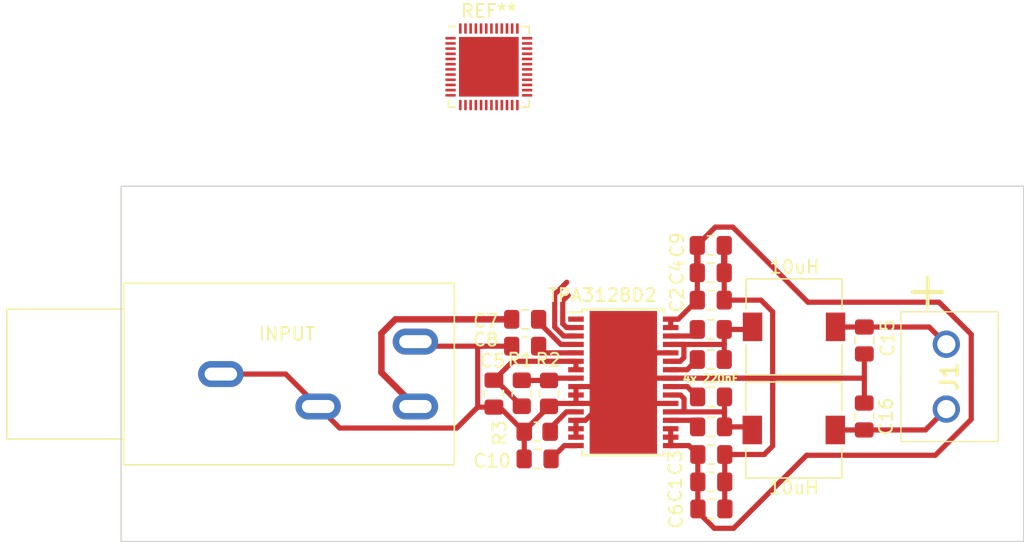
<source format=kicad_pcb>
(kicad_pcb (version 20221018) (generator pcbnew)
  (layers (0 "F.Cu" signal) (31 "B.Cu" signal) (34 "B.Paste" user) (35 "F.Paste" user) (36 "B.SilkS" user "B.Silkscreen") (37 "F.SilkS" user "F.Silkscreen") (38 "B.Mask" user) (39 "F.Mask" user) (44 "Edge.Cuts" user))
  (net 0 "")
  (net 1 "MODE")
  (net 2 "SDZ")
  (net 3 "FAULTZ")
  (net 4 "Net-(U1-RINP)")
  (net 5 "Net-(U1-RINN)")
  (net 6 "Net-(U1-GVDD)")
  (net 7 "Net-(U1-GAIN{slash}SLV)")
  (net 8 "GND")
  (net 9 "MUTE")
  (net 10 "SYNC")
  (net 11 "VCC")
  (net 12 "Net-(U1-BSNL)")
  (net 13 "Net-(U1-OUTNL)")
  (net 14 "Net-(U1-BSPL)")
  (net 15 "Net-(U1-BSNR)")
  (net 16 "Net-(U1-OUTNR)")
  (net 17 "Net-(U1-BSPR)")
  (net 18 "SPK+")
  (net 19 "SPK-")
  (net 20 "Net-(C7-Pad2)")
  (footprint "Capacitor_SMD:C_0805_2012Metric_Pad1.18x1.45mm_HandSolder" (layer "F.Cu") (at 144.9 92.95 180)
    (fp_text reference "C1" (at 2.78 -0.61 90) (layer "F.SilkS"))
    (fp_text value "1nF")
    (fp_line (start -0.261252 -0.735) (end 0.261252 -0.735) (stroke (width 0.12)) (layer "F.SilkS"))
    (fp_line (start -0.261252 0.735) (end 0.261252 0.735) (stroke (width 0.12)) (layer "F.SilkS"))
    (pad "1" smd roundrect (at -1.0375 0 180) (size 1.175 1.45) (layers "F.Cu" "F.Paste" "F.Mask") (roundrect_rratio 0.212766) (net 8 "GND"))
    (pad "2" smd roundrect (at 1.0375 0 180) (size 1.175 1.45) (layers "F.Cu" "F.Paste" "F.Mask") (roundrect_rratio 0.212766) (net 11 "VCC"))
  )
  (footprint "Capacitor_SMD:C_0805_2012Metric_Pad1.18x1.45mm_HandSolder" (layer "F.Cu") (at 128.14 86.15 -90)
    (fp_text reference "C5" (at -2.53 0.1 -180) (layer "F.SilkS"))
    (fp_text value "1uF")
    (fp_line (start -0.261252 -0.735) (end 0.261252 -0.735) (stroke (width 0.12)) (layer "F.SilkS"))
    (fp_line (start -0.261252 0.735) (end 0.261252 0.735) (stroke (width 0.12)) (layer "F.SilkS"))
    (pad "1" smd roundrect (at -1.0375 0 270) (size 1.175 1.45) (layers "F.Cu" "F.Paste" "F.Mask") (roundrect_rratio 0.212766) (net 6 "Net-(U1-GVDD)"))
    (pad "2" smd roundrect (at 1.0375 0 270) (size 1.175 1.45) (layers "F.Cu" "F.Paste" "F.Mask") (roundrect_rratio 0.212766) (net 8 "GND"))
  )
  (footprint "Resistor_SMD:R_0805_2012Metric_Pad1.20x1.40mm_HandSolder" (layer "F.Cu") (at 130.29 86.12 90)
    (fp_text reference "R1" (at 2.58 -0.12) (layer "F.SilkS"))
    (fp_text value "47K")
    (fp_line (start -0.227064 -0.735) (end 0.227064 -0.735) (stroke (width 0.12)) (layer "F.SilkS"))
    (fp_line (start -0.227064 0.735) (end 0.227064 0.735) (stroke (width 0.12)) (layer "F.SilkS"))
    (pad "1" smd roundrect (at -1 0 90) (size 1.2 1.4) (layers "F.Cu" "F.Paste" "F.Mask") (roundrect_rratio 0.208333) (net 6 "Net-(U1-GVDD)"))
    (pad "2" smd roundrect (at 1 0 90) (size 1.2 1.4) (layers "F.Cu" "F.Paste" "F.Mask") (roundrect_rratio 0.208333) (net 7 "Net-(U1-GAIN{slash}SLV)"))
  )
  (footprint "Capacitor_SMD:C_0805_2012Metric_Pad1.18x1.45mm_HandSolder" (layer "F.Cu") (at 144.86 83.52)
    (fp_text reference "C12" hide)
    (fp_text value "220nF" hide)
    (fp_line (start -0.261252 -0.735) (end 0.261252 -0.735) (stroke (width 0.12)) (layer "F.SilkS"))
    (fp_line (start -0.261252 0.735) (end 0.261252 0.735) (stroke (width 0.12)) (layer "F.SilkS"))
    (pad "1" smd roundrect (at -1.0375 0) (size 1.175 1.45) (layers "F.Cu" "F.Paste" "F.Mask") (roundrect_rratio 0.212766) (net 15 "Net-(U1-BSNR)"))
    (pad "2" smd roundrect (at 1.0375 0) (size 1.175 1.45) (layers "F.Cu" "F.Paste" "F.Mask") (roundrect_rratio 0.212766) (net 16 "Net-(U1-OUTNR)"))
  )
  (footprint "Capacitor_SMD:C_0805_2012Metric_Pad1.18x1.45mm_HandSolder" (layer "F.Cu") (at 144.86 76.83 180)
    (fp_text reference "C4" (at 2.61 0.02 90) (layer "F.SilkS"))
    (fp_text value "100nF")
    (fp_line (start -0.261252 -0.735) (end 0.261252 -0.735) (stroke (width 0.12)) (layer "F.SilkS"))
    (fp_line (start -0.261252 0.735) (end 0.261252 0.735) (stroke (width 0.12)) (layer "F.SilkS"))
    (pad "1" smd roundrect (at -1.0375 0 180) (size 1.175 1.45) (layers "F.Cu" "F.Paste" "F.Mask") (roundrect_rratio 0.212766) (net 8 "GND"))
    (pad "2" smd roundrect (at 1.0375 0 180) (size 1.175 1.45) (layers "F.Cu" "F.Paste" "F.Mask") (roundrect_rratio 0.212766) (net 11 "VCC"))
  )
  (footprint "Capacitor_SMD:C_0805_2012Metric_Pad1.18x1.45mm_HandSolder" (layer "F.Cu") (at 130.55 80.42 180)
    (fp_text reference "C7" (at 3.03 -0.12) (layer "F.SilkS"))
    (fp_text value "1uF")
    (fp_line (start -0.261252 -0.735) (end 0.261252 -0.735) (stroke (width 0.12)) (layer "F.SilkS"))
    (fp_line (start -0.261252 0.735) (end 0.261252 0.735) (stroke (width 0.12)) (layer "F.SilkS"))
    (pad "1" smd roundrect (at -1.0375 0 180) (size 1.175 1.45) (layers "F.Cu" "F.Paste" "F.Mask") (roundrect_rratio 0.212766) (net 4 "Net-(U1-RINP)"))
    (pad "2" smd roundrect (at 1.0375 0 180) (size 1.175 1.45) (layers "F.Cu" "F.Paste" "F.Mask") (roundrect_rratio 0.212766) (net 20 "Net-(C7-Pad2)"))
  )
  (footprint "Inductor_SMD:L_7.3x7.3_H4.5" (layer "F.Cu") (at 151.28 81)
    (fp_text reference "L1" hide)
    (fp_text value "10uH" (at 0.03 -4.62) (layer "F.SilkS"))
    (fp_line (start -3.7 -3.7) (end 3.7 -3.7) (stroke (width 0.12)) (layer "F.SilkS"))
    (fp_line (start -3.7 -1.4) (end -3.7 -3.7) (stroke (width 0.12)) (layer "F.SilkS"))
    (fp_line (start -3.7 3.7) (end -3.7 1.4) (stroke (width 0.12)) (layer "F.SilkS"))
    (fp_line (start 3.7 -3.7) (end 3.7 -1.4) (stroke (width 0.12)) (layer "F.SilkS"))
    (fp_line (start 3.7 1.4) (end 3.7 3.7) (stroke (width 0.12)) (layer "F.SilkS"))
    (fp_line (start 3.7 3.7) (end -3.7 3.7) (stroke (width 0.12)) (layer "F.SilkS"))
    (pad "1" smd rect (at -3.2 0) (size 1.5 2.2) (layers "F.Cu" "F.Paste" "F.Mask") (net 16 "Net-(U1-OUTNR)"))
    (pad "2" smd rect (at 3.2 0) (size 1.5 2.2) (layers "F.Cu" "F.Paste" "F.Mask") (net 18 "SPK+"))
  )
  (footprint "Capacitor_SMD:C_0805_2012Metric_Pad1.18x1.45mm_HandSolder" (layer "F.Cu") (at 144.88 86.4)
    (fp_text reference "C13" hide)
    (fp_text value "220nF")
    (fp_line (start -0.261252 -0.735) (end 0.261252 -0.735) (stroke (width 0.12)) (layer "F.SilkS"))
    (fp_line (start -0.261252 0.735) (end 0.261252 0.735) (stroke (width 0.12)) (layer "F.SilkS"))
    (pad "1" smd roundrect (at -1.0375 0) (size 1.175 1.45) (layers "F.Cu" "F.Paste" "F.Mask") (roundrect_rratio 0.212766) (net 14 "Net-(U1-BSPL)"))
    (pad "2" smd roundrect (at 1.0375 0) (size 1.175 1.45) (layers "F.Cu" "F.Paste" "F.Mask") (roundrect_rratio 0.212766) (net 13 "Net-(U1-OUTNL)"))
  )
  (footprint "Package_DFN_QFN:QFN-48-1EP_6x6mm_P0.4mm_EP4.6x4.6mm" (layer "F.Cu") (at 127.75 60.95)
    (fp_text reference "REF**" (at 0 -4.3) (layer "F.SilkS"))
    (fp_text value "QFN-48-1EP_6x6mm_P0.4mm_EP4.6x4.6mm")
    (fp_line (start -3.11 3.11) (end -3.11 2.56) (stroke (width 0.12)) (layer "F.SilkS"))
    (fp_line (start -2.56 -3.11) (end -3.11 -3.11) (stroke (width 0.12)) (layer "F.SilkS"))
    (fp_line (start -2.56 3.11) (end -3.11 3.11) (stroke (width 0.12)) (layer "F.SilkS"))
    (fp_line (start 2.56 -3.11) (end 3.11 -3.11) (stroke (width 0.12)) (layer "F.SilkS"))
    (fp_line (start 2.56 3.11) (end 3.11 3.11) (stroke (width 0.12)) (layer "F.SilkS"))
    (fp_line (start 3.11 -3.11) (end 3.11 -2.56) (stroke (width 0.12)) (layer "F.SilkS"))
    (fp_line (start 3.11 3.11) (end 3.11 2.56) (stroke (width 0.12)) (layer "F.SilkS"))
    (pad "1" smd roundrect (at -2.95 -2.2) (size 0.8 0.2) (layers "F.Cu" "F.Paste" "F.Mask"))
    (pad "2" smd roundrect (at -2.95 -1.8) (size 0.8 0.2) (layers "F.Cu" "F.Paste" "F.Mask"))
    (pad "3" smd roundrect (at -2.95 -1.4) (size 0.8 0.2) (layers "F.Cu" "F.Paste" "F.Mask"))
    (pad "4" smd roundrect (at -2.95 -1) (size 0.8 0.2) (layers "F.Cu" "F.Paste" "F.Mask"))
    (pad "5" smd roundrect (at -2.95 -0.6) (size 0.8 0.2) (layers "F.Cu" "F.Paste" "F.Mask"))
    (pad "6" smd roundrect (at -2.95 -0.2) (size 0.8 0.2) (layers "F.Cu" "F.Paste" "F.Mask"))
    (pad "7" smd roundrect (at -2.95 0.2) (size 0.8 0.2) (layers "F.Cu" "F.Paste" "F.Mask"))
    (pad "8" smd roundrect (at -2.95 0.6) (size 0.8 0.2) (layers "F.Cu" "F.Paste" "F.Mask"))
    (pad "9" smd roundrect (at -2.95 1) (size 0.8 0.2) (layers "F.Cu" "F.Paste" "F.Mask"))
    (pad "10" smd roundrect (at -2.95 1.4) (size 0.8 0.2) (layers "F.Cu" "F.Paste" "F.Mask"))
    (pad "11" smd roundrect (at -2.95 1.8) (size 0.8 0.2) (layers "F.Cu" "F.Paste" "F.Mask"))
    (pad "12" smd roundrect (at -2.95 2.2) (size 0.8 0.2) (layers "F.Cu" "F.Paste" "F.Mask"))
    (pad "13" smd roundrect (at -2.2 2.95) (size 0.2 0.8) (layers "F.Cu" "F.Paste" "F.Mask"))
    (pad "14" smd roundrect (at -1.8 2.95) (size 0.2 0.8) (layers "F.Cu" "F.Paste" "F.Mask"))
    (pad "15" smd roundrect (at -1.4 2.95) (size 0.2 0.8) (layers "F.Cu" "F.Paste" "F.Mask"))
    (pad "16" smd roundrect (at -1 2.95) (size 0.2 0.8) (layers "F.Cu" "F.Paste" "F.Mask"))
    (pad "17" smd roundrect (at -0.6 2.95) (size 0.2 0.8) (layers "F.Cu" "F.Paste" "F.Mask"))
    (pad "18" smd roundrect (at -0.2 2.95) (size 0.2 0.8) (layers "F.Cu" "F.Paste" "F.Mask"))
    (pad "19" smd roundrect (at 0.2 2.95) (size 0.2 0.8) (layers "F.Cu" "F.Paste" "F.Mask"))
    (pad "20" smd roundrect (at 0.6 2.95) (size 0.2 0.8) (layers "F.Cu" "F.Paste" "F.Mask"))
    (pad "21" smd roundrect (at 1 2.95) (size 0.2 0.8) (layers "F.Cu" "F.Paste" "F.Mask"))
    (pad "22" smd roundrect (at 1.4 2.95) (size 0.2 0.8) (layers "F.Cu" "F.Paste" "F.Mask"))
    (pad "23" smd roundrect (at 1.8 2.95) (size 0.2 0.8) (layers "F.Cu" "F.Paste" "F.Mask"))
    (pad "24" smd roundrect (at 2.2 2.95) (size 0.2 0.8) (layers "F.Cu" "F.Paste" "F.Mask"))
    (pad "25" smd roundrect (at 2.95 2.2) (size 0.8 0.2) (layers "F.Cu" "F.Paste" "F.Mask"))
    (pad "26" smd roundrect (at 2.95 1.8) (size 0.8 0.2) (layers "F.Cu" "F.Paste" "F.Mask"))
    (pad "27" smd roundrect (at 2.95 1.4) (size 0.8 0.2) (layers "F.Cu" "F.Paste" "F.Mask"))
    (pad "28" smd roundrect (at 2.95 1) (size 0.8 0.2) (layers "F.Cu" "F.Paste" "F.Mask"))
    (pad "29" smd roundrect (at 2.95 0.6) (size 0.8 0.2) (layers "F.Cu" "F.Paste" "F.Mask"))
    (pad "30" smd roundrect (at 2.95 0.2) (size 0.8 0.2) (layers "F.Cu" "F.Paste" "F.Mask"))
    (pad "31" smd roundrect (at 2.95 -0.2) (size 0.8 0.2) (layers "F.Cu" "F.Paste" "F.Mask"))
    (pad "32" smd roundrect (at 2.95 -0.6) (size 0.8 0.2) (layers "F.Cu" "F.Paste" "F.Mask"))
    (pad "33" smd roundrect (at 2.95 -1) (size 0.8 0.2) (layers "F.Cu" "F.Paste" "F.Mask"))
    (pad "34" smd roundrect (at 2.95 -1.4) (size 0.8 0.2) (layers "F.Cu" "F.Paste" "F.Mask"))
    (pad "35" smd roundrect (at 2.95 -1.8) (size 0.8 0.2) (layers "F.Cu" "F.Paste" "F.Mask"))
    (pad "36" smd roundrect (at 2.95 -2.2) (size 0.8 0.2) (layers "F.Cu" "F.Paste" "F.Mask"))
    (pad "37" smd roundrect (at 2.2 -2.95) (size 0.2 0.8) (layers "F.Cu" "F.Paste" "F.Mask"))
    (pad "38" smd roundrect (at 1.8 -2.95) (size 0.2 0.8) (layers "F.Cu" "F.Paste" "F.Mask"))
    (pad "39" smd roundrect (at 1.4 -2.95) (size 0.2 0.8) (layers "F.Cu" "F.Paste" "F.Mask"))
    (pad "40" smd roundrect (at 1 -2.95) (size 0.2 0.8) (layers "F.Cu" "F.Paste" "F.Mask"))
    (pad "41" smd roundrect (at 0.6 -2.95) (size 0.2 0.8) (layers "F.Cu" "F.Paste" "F.Mask"))
    (pad "42" smd roundrect (at 0.2 -2.95) (size 0.2 0.8) (layers "F.Cu" "F.Paste" "F.Mask"))
    (pad "43" smd roundrect (at -0.2 -2.95) (size 0.2 0.8) (layers "F.Cu" "F.Paste" "F.Mask"))
    (pad "44" smd roundrect (at -0.6 -2.95) (size 0.2 0.8) (layers "F.Cu" "F.Paste" "F.Mask"))
    (pad "45" smd roundrect (at -1 -2.95) (size 0.2 0.8) (layers "F.Cu" "F.Paste" "F.Mask"))
    (pad "46" smd roundrect (at -1.4 -2.95) (size 0.2 0.8) (layers "F.Cu" "F.Paste" "F.Mask"))
    (pad "47" smd roundrect (at -1.8 -2.95) (size 0.2 0.8) (layers "F.Cu" "F.Paste" "F.Mask"))
    (pad "48" smd roundrect (at -2.2 -2.95) (size 0.2 0.8) (layers "F.Cu" "F.Paste" "F.Mask"))
    (pad "49" smd rect (at 0 0) (size 4.6 4.6) (layers "F.Cu" "F.Mask"))
  )
  (footprint "Capacitor_SMD:C_0805_2012Metric_Pad1.18x1.45mm_HandSolder" (layer "F.Cu") (at 144.86 81.2)
    (fp_text reference "C11" hide)
    (fp_text value "220nF")
    (fp_line (start -0.261252 -0.735) (end 0.261252 -0.735) (stroke (width 0.12)) (layer "F.SilkS"))
    (fp_line (start -0.261252 0.735) (end 0.261252 0.735) (stroke (width 0.12)) (layer "F.SilkS"))
    (pad "1" smd roundrect (at -1.0375 0) (size 1.175 1.45) (layers "F.Cu" "F.Paste" "F.Mask") (roundrect_rratio 0.212766) (net 17 "Net-(U1-BSPR)"))
    (pad "2" smd roundrect (at 1.0375 0) (size 1.175 1.45) (layers "F.Cu" "F.Paste" "F.Mask") (roundrect_rratio 0.212766) (net 16 "Net-(U1-OUTNR)"))
  )
  (footprint "Capacitor_SMD:C_0805_2012Metric_Pad1.18x1.45mm_HandSolder" (layer "F.Cu") (at 156.69 87.91 -90)
    (fp_text reference "C16" (at 0 -1.68 90) (layer "F.SilkS"))
    (fp_text value "680nF")
    (fp_line (start -0.261252 -0.735) (end 0.261252 -0.735) (stroke (width 0.12)) (layer "F.SilkS"))
    (fp_line (start -0.261252 0.735) (end 0.261252 0.735) (stroke (width 0.12)) (layer "F.SilkS"))
    (pad "1" smd roundrect (at -1.0375 0 270) (size 1.175 1.45) (layers "F.Cu" "F.Paste" "F.Mask") (roundrect_rratio 0.212766) (net 8 "GND"))
    (pad "2" smd roundrect (at 1.0375 0 270) (size 1.175 1.45) (layers "F.Cu" "F.Paste" "F.Mask") (roundrect_rratio 0.212766) (net 19 "SPK-"))
  )
  (footprint "KF3012P" (layer "F.Cu") (at 163.02 82.34 -90)
    (fp_text reference "J1" (at 2.5 -0.25 90) (layer "F.SilkS") (effects (font (size 1.27 1.27) (thickness 0.254))))
    (fp_text value "SPEAKER" hide)
    (fp_line (start -2.5 -4) (end 7.5 -4) (stroke (width 0.1)) (layer "F.SilkS"))
    (fp_line (start -2.5 3.5) (end -2.5 -4) (stroke (width 0.1)) (layer "F.SilkS"))
    (fp_line (start 7.5 -4) (end 7.5 3.5) (stroke (width 0.1)) (layer "F.SilkS"))
    (fp_line (start 7.5 3.5) (end -2.5 3.5) (stroke (width 0.1)) (layer "F.SilkS"))
    (pad "1" thru_hole circle (at 0 0 270) (size 2.1 2.1) (drill 1.4) (layers "*.Cu" "*.Mask") (net 18 "SPK+"))
    (pad "2" thru_hole circle (at 5 0 270) (size 2.1 2.1) (drill 1.4) (layers "*.Cu" "*.Mask") (net 19 "SPK-"))
  )
  (footprint "Capacitor_SMD:C_0805_2012Metric_Pad1.18x1.45mm_HandSolder" (layer "F.Cu") (at 144.88 88.71)
    (fp_text reference "C14" hide)
    (fp_text value "220nF")
    (fp_line (start -0.261252 -0.735) (end 0.261252 -0.735) (stroke (width 0.12)) (layer "F.SilkS"))
    (fp_line (start -0.261252 0.735) (end 0.261252 0.735) (stroke (width 0.12)) (layer "F.SilkS"))
    (pad "1" smd roundrect (at -1.0375 0) (size 1.175 1.45) (layers "F.Cu" "F.Paste" "F.Mask") (roundrect_rratio 0.212766) (net 12 "Net-(U1-BSNL)"))
    (pad "2" smd roundrect (at 1.0375 0) (size 1.175 1.45) (layers "F.Cu" "F.Paste" "F.Mask") (roundrect_rratio 0.212766) (net 13 "Net-(U1-OUTNL)"))
  )
  (footprint "Capacitor_SMD:C_0805_2012Metric_Pad1.18x1.45mm_HandSolder" (layer "F.Cu") (at 144.86 74.72)
    (fp_text reference "C9" (at -2.59 -0.03 90) (layer "F.SilkS"))
    (fp_text value "100uF")
    (fp_line (start -0.261252 -0.735) (end 0.261252 -0.735) (stroke (width 0.12)) (layer "F.SilkS"))
    (fp_line (start -0.261252 0.735) (end 0.261252 0.735) (stroke (width 0.12)) (layer "F.SilkS"))
    (pad "1" smd roundrect (at -1.0375 0) (size 1.175 1.45) (layers "F.Cu" "F.Paste" "F.Mask") (roundrect_rratio 0.212766) (net 11 "VCC"))
    (pad "2" smd roundrect (at 1.0375 0) (size 1.175 1.45) (layers "F.Cu" "F.Paste" "F.Mask") (roundrect_rratio 0.212766) (net 8 "GND"))
  )
  (footprint "Capacitor_SMD:C_0805_2012Metric_Pad1.18x1.45mm_HandSolder" (layer "F.Cu") (at 156.7 82.05 90)
    (fp_text reference "C15" (at 0.19 1.79 90) (layer "F.SilkS"))
    (fp_text value "680nF")
    (fp_line (start -0.261252 -0.735) (end 0.261252 -0.735) (stroke (width 0.12)) (layer "F.SilkS"))
    (fp_line (start -0.261252 0.735) (end 0.261252 0.735) (stroke (width 0.12)) (layer "F.SilkS"))
    (pad "1" smd roundrect (at -1.0375 0 90) (size 1.175 1.45) (layers "F.Cu" "F.Paste" "F.Mask") (roundrect_rratio 0.212766) (net 8 "GND"))
    (pad "2" smd roundrect (at 1.0375 0 90) (size 1.175 1.45) (layers "F.Cu" "F.Paste" "F.Mask") (roundrect_rratio 0.212766) (net 18 "SPK+"))
  )
  (footprint "Package_SO:HTSSOP-32-1EP_6.1x11mm_P0.65mm_EP5.2x11mm_Mask4.11x4.36mm" (layer "F.Cu") (at 138.12 85.28)
    (fp_text reference "U1" hide)
    (fp_text value "TPA3128D2" (at -1.62 -6.72) (layer "F.SilkS"))
    (fp_line (start -4.25 -5.4) (end -3.175 -5.4) (stroke (width 0.15)) (layer "F.SilkS"))
    (fp_line (start -3.175 -5.625) (end 3.175 -5.625) (stroke (width 0.15)) (layer "F.SilkS"))
    (fp_line (start -3.175 -5.4) (end -3.175 -5.625) (stroke (width 0.15)) (layer "F.SilkS"))
    (fp_line (start -3.175 5.3) (end -3.175 5.625) (stroke (width 0.15)) (layer "F.SilkS"))
    (fp_line (start -3.175 5.625) (end 3.175 5.625) (stroke (width 0.15)) (layer "F.SilkS"))
    (fp_line (start 3.175 -5.625) (end 3.175 -5.3) (stroke (width 0.15)) (layer "F.SilkS"))
    (fp_line (start 3.175 5.625) (end 3.175 5.3) (stroke (width 0.15)) (layer "F.SilkS"))
    (pad "1" smd rect (at -3.65 -4.875) (size 1.2 0.4) (layers "F.Cu" "F.Paste" "F.Mask") (net 1 "MODE"))
    (pad "2" smd rect (at -3.65 -4.225) (size 1.2 0.4) (layers "F.Cu" "F.Paste" "F.Mask") (net 2 "SDZ"))
    (pad "3" smd rect (at -3.65 -3.575) (size 1.2 0.4) (layers "F.Cu" "F.Paste" "F.Mask") (net 3 "FAULTZ"))
    (pad "4" smd rect (at -3.65 -2.925) (size 1.2 0.4) (layers "F.Cu" "F.Paste" "F.Mask") (net 4 "Net-(U1-RINP)"))
    (pad "5" smd rect (at -3.65 -2.275) (size 1.2 0.4) (layers "F.Cu" "F.Paste" "F.Mask") (net 5 "Net-(U1-RINN)"))
    (pad "6" smd rect (at -3.65 -1.625) (size 1.2 0.4) (layers "F.Cu" "F.Paste" "F.Mask") (net 6 "Net-(U1-GVDD)"))
    (pad "7" smd rect (at -3.65 -0.975) (size 1.2 0.4) (layers "F.Cu" "F.Paste" "F.Mask") (net 6 "Net-(U1-GVDD)"))
    (pad "8" smd rect (at -3.65 -0.325) (size 1.2 0.4) (layers "F.Cu" "F.Paste" "F.Mask") (net 7 "Net-(U1-GAIN{slash}SLV)"))
    (pad "9" smd rect (at -3.65 0.325) (size 1.2 0.4) (layers "F.Cu" "F.Paste" "F.Mask") (net 8 "GND"))
    (pad "10" smd rect (at -3.65 0.975) (size 1.2 0.4) (layers "F.Cu" "F.Paste" "F.Mask") (net 8 "GND"))
    (pad "11" smd rect (at -3.65 1.625) (size 1.2 0.4) (layers "F.Cu" "F.Paste" "F.Mask") (net 8 "GND"))
    (pad "12" smd rect (at -3.65 2.275) (size 1.2 0.4) (layers "F.Cu" "F.Paste" "F.Mask") (net 9 "MUTE"))
    (pad "13" smd rect (at -3.65 2.925) (size 1.2 0.4) (layers "F.Cu" "F.Paste" "F.Mask") (net 8 "GND"))
    (pad "14" smd rect (at -3.65 3.575) (size 1.2 0.4) (layers "F.Cu" "F.Paste" "F.Mask") (net 8 "GND"))
    (pad "15" smd rect (at -3.65 4.225) (size 1.2 0.4) (layers "F.Cu" "F.Paste" "F.Mask") (net 8 "GND"))
    (pad "16" smd rect (at -3.65 4.875) (size 1.2 0.4) (layers "F.Cu" "F.Paste" "F.Mask") (net 10 "SYNC"))
    (pad "17" smd rect (at 3.65 4.875) (size 1.2 0.4) (layers "F.Cu" "F.Paste" "F.Mask") (net 11 "VCC"))
    (pad "18" smd rect (at 3.65 4.225) (size 1.2 0.4) (layers "F.Cu" "F.Paste" "F.Mask") (net 11 "VCC"))
    (pad "19" smd rect (at 3.65 3.575) (size 1.2 0.4) (layers "F.Cu" "F.Paste" "F.Mask") (net 11 "VCC"))
    (pad "20" smd rect (at 3.65 2.925) (size 1.2 0.4) (layers "F.Cu" "F.Paste" "F.Mask") (net 12 "Net-(U1-BSNL)"))
    (pad "21" smd rect (at 3.65 2.275) (size 1.2 0.4) (layers "F.Cu" "F.Paste" "F.Mask") (net 13 "Net-(U1-OUTNL)"))
    (pad "22" smd rect (at 3.65 1.625) (size 1.2 0.4) (layers "F.Cu" "F.Paste" "F.Mask") (net 8 "GND"))
    (pad "23" smd rect (at 3.65 0.975) (size 1.2 0.4) (layers "F.Cu" "F.Paste" "F.Mask") (net 13 "Net-(U1-OUTNL)"))
    (pad "24" smd rect (at 3.65 0.325) (size 1.2 0.4) (layers "F.Cu" "F.Paste" "F.Mask") (net 14 "Net-(U1-BSPL)"))
    (pad "25" smd rect (at 3.65 -0.325) (size 1.2 0.4) (layers "F.Cu" "F.Paste" "F.Mask") (net 8 "GND"))
    (pad "26" smd rect (at 3.65 -0.975) (size 1.2 0.4) (layers "F.Cu" "F.Paste" "F.Mask") (net 15 "Net-(U1-BSNR)"))
    (pad "27" smd rect (at 3.65 -1.625) (size 1.2 0.4) (layers "F.Cu" "F.Paste" "F.Mask") (net 16 "Net-(U1-OUTNR)"))
    (pad "28" smd rect (at 3.65 -2.275) (size 1.2 0.4) (layers "F.Cu" "F.Paste" "F.Mask") (net 8 "GND"))
    (pad "29" smd rect (at 3.65 -2.925) (size 1.2 0.4) (layers "F.Cu" "F.Paste" "F.Mask") (net 16 "Net-(U1-OUTNR)"))
    (pad "30" smd rect (at 3.65 -3.575) (size 1.2 0.4) (layers "F.Cu" "F.Paste" "F.Mask") (net 17 "Net-(U1-BSPR)"))
    (pad "31" smd rect (at 3.65 -4.225) (size 1.2 0.4) (layers "F.Cu" "F.Paste" "F.Mask") (net 11 "VCC"))
    (pad "32" smd rect (at 3.65 -4.875) (size 1.2 0.4) (layers "F.Cu" "F.Paste" "F.Mask") (net 11 "VCC"))
    (pad "33" smd rect (at 0 0) (size 5.2 11) (layers "F.Cu"))
  )
  (footprint "Resistor_SMD:R_0805_2012Metric_Pad1.20x1.40mm_HandSolder" (layer "F.Cu") (at 131.48 89.09 180)
    (fp_text reference "R3" (at 2.9 -0.09 90) (layer "F.SilkS"))
    (fp_text value "100K")
    (fp_line (start -0.227064 -0.735) (end 0.227064 -0.735) (stroke (width 0.12)) (layer "F.SilkS"))
    (fp_line (start -0.227064 0.735) (end 0.227064 0.735) (stroke (width 0.12)) (layer "F.SilkS"))
    (pad "1" smd roundrect (at -1 0 180) (size 1.2 1.4) (layers "F.Cu" "F.Paste" "F.Mask") (roundrect_rratio 0.208333) (net 9 "MUTE"))
    (pad "2" smd roundrect (at 1 0 180) (size 1.2 1.4) (layers "F.Cu" "F.Paste" "F.Mask") (roundrect_rratio 0.208333) (net 8 "GND"))
  )
  (footprint "Capacitor_SMD:C_0805_2012Metric_Pad1.18x1.45mm_HandSolder" (layer "F.Cu") (at 144.86 78.94 180)
    (fp_text reference "C2" (at 2.61 0.01 90) (layer "F.SilkS"))
    (fp_text value "1nF")
    (fp_line (start -0.261252 -0.735) (end 0.261252 -0.735) (stroke (width 0.12)) (layer "F.SilkS"))
    (fp_line (start -0.261252 0.735) (end 0.261252 0.735) (stroke (width 0.12)) (layer "F.SilkS"))
    (pad "1" smd roundrect (at -1.0375 0 180) (size 1.175 1.45) (layers "F.Cu" "F.Paste" "F.Mask") (roundrect_rratio 0.212766) (net 8 "GND"))
    (pad "2" smd roundrect (at 1.0375 0 180) (size 1.175 1.45) (layers "F.Cu" "F.Paste" "F.Mask") (roundrect_rratio 0.212766) (net 11 "VCC"))
  )
  (footprint "Capacitor_SMD:C_0805_2012Metric_Pad1.18x1.45mm_HandSolder" (layer "F.Cu") (at 131.51 91.18)
    (fp_text reference "C10" (at -3.51 0.15 180) (layer "F.SilkS"))
    (fp_text value "47pF")
    (fp_line (start -0.261252 -0.735) (end 0.261252 -0.735) (stroke (width 0.12)) (layer "F.SilkS"))
    (fp_line (start -0.261252 0.735) (end 0.261252 0.735) (stroke (width 0.12)) (layer "F.SilkS"))
    (pad "1" smd roundrect (at -1.0375 0) (size 1.175 1.45) (layers "F.Cu" "F.Paste" "F.Mask") (roundrect_rratio 0.212766) (net 8 "GND"))
    (pad "2" smd roundrect (at 1.0375 0) (size 1.175 1.45) (layers "F.Cu" "F.Paste" "F.Mask") (roundrect_rratio 0.212766) (net 10 "SYNC"))
  )
  (footprint "Capacitor_SMD:C_0805_2012Metric_Pad1.18x1.45mm_HandSolder" (layer "F.Cu") (at 144.91 95.04)
    (fp_text reference "C6" (at -2.74 0.55 90) (layer "F.SilkS"))
    (fp_text value "100uF")
    (fp_line (start -0.261252 -0.735) (end 0.261252 -0.735) (stroke (width 0.12)) (layer "F.SilkS"))
    (fp_line (start -0.261252 0.735) (end 0.261252 0.735) (stroke (width 0.12)) (layer "F.SilkS"))
    (pad "1" smd roundrect (at -1.0375 0) (size 1.175 1.45) (layers "F.Cu" "F.Paste" "F.Mask") (roundrect_rratio 0.212766) (net 11 "VCC"))
    (pad "2" smd roundrect (at 1.0375 0) (size 1.175 1.45) (layers "F.Cu" "F.Paste" "F.Mask") (roundrect_rratio 0.212766) (net 8 "GND"))
  )
  (footprint "Resistor_SMD:R_0805_2012Metric_Pad1.20x1.40mm_HandSolder" (layer "F.Cu") (at 132.39 86.13 -90)
    (fp_text reference "R2" (at -2.58 0.06 -180) (layer "F.SilkS"))
    (fp_text value "75K")
    (fp_line (start -0.227064 -0.735) (end 0.227064 -0.735) (stroke (width 0.12)) (layer "F.SilkS"))
    (fp_line (start -0.227064 0.735) (end 0.227064 0.735) (stroke (width 0.12)) (layer "F.SilkS"))
    (pad "1" smd roundrect (at -1 0 270) (size 1.2 1.4) (layers "F.Cu" "F.Paste" "F.Mask") (roundrect_rratio 0.208333) (net 7 "Net-(U1-GAIN{slash}SLV)"))
    (pad "2" smd roundrect (at 1 0 270) (size 1.2 1.4) (layers "F.Cu" "F.Paste" "F.Mask") (roundrect_rratio 0.208333) (net 8 "GND"))
  )
  (footprint "Capacitor_SMD:C_0805_2012Metric_Pad1.18x1.45mm_HandSolder" (layer "F.Cu") (at 130.55 82.49 180)
    (fp_text reference "C8" (at 3.05 0.5) (layer "F.SilkS"))
    (fp_text value "1uF")
    (fp_line (start -0.261252 -0.735) (end 0.261252 -0.735) (stroke (width 0.12)) (layer "F.SilkS"))
    (fp_line (start -0.261252 0.735) (end 0.261252 0.735) (stroke (width 0.12)) (layer "F.SilkS"))
    (pad "1" smd roundrect (at -1.0375 0 180) (size 1.175 1.45) (layers "F.Cu" "F.Paste" "F.Mask") (roundrect_rratio 0.212766) (net 5 "Net-(U1-RINN)"))
    (pad "2" smd roundrect (at 1.0375 0 180) (size 1.175 1.45) (layers "F.Cu" "F.Paste" "F.Mask") (roundrect_rratio 0.212766) (net 8 "GND"))
  )
  (footprint "Connector_Audio:Jack_6.35mm_Neutrik_NRJ4HH-1_Horizontal" (layer "F.Cu") (at 118.09 90.14 180)
    (fp_text reference "J2" hide)
    (fp_text value "INPUT" (at 5.91 8.59) (layer "F.SilkS"))
    (fp_rect (start -7 -1.5) (end 18.5 12.5) (stroke (width 0.12)) (fill none) (layer "F.SilkS"))
    (fp_rect (start 18.5 0.5) (end 27.5 10.5) (stroke (width 0.12)) (fill none) (layer "F.SilkS"))
    (pad "G" thru_hole oval (at 11 5.5) (size 3.5 2) (drill oval 2.5 1) (layers "*.Cu" "*.Mask") (net 8 "GND"))
    (pad "R" thru_hole oval (at -4 8) (size 3.5 2) (drill oval 2.5 1) (layers "*.Cu" "*.Mask") (net 8 "GND"))
    (pad "S" thru_hole oval (at -4 3) (size 3.5 2) (drill oval 2.5 1) (layers "*.Cu" "*.Mask") (net 20 "Net-(C7-Pad2)"))
    (pad "T" thru_hole oval (at 3.5 3) (size 3.5 2) (drill oval 2.5 1) (layers "*.Cu" "*.Mask") (net 8 "GND"))
  )
  (footprint "Inductor_SMD:L_7.3x7.3_H4.5" (layer "F.Cu") (at 151.26 88.95)
    (fp_text reference "L2" hide)
    (fp_text value "10uH" (at 0 4.45) (layer "F.SilkS"))
    (fp_line (start -3.7 -3.7) (end 3.7 -3.7) (stroke (width 0.12)) (layer "F.SilkS"))
    (fp_line (start -3.7 -1.4) (end -3.7 -3.7) (stroke (width 0.12)) (layer "F.SilkS"))
    (fp_line (start -3.7 3.7) (end -3.7 1.4) (stroke (width 0.12)) (layer "F.SilkS"))
    (fp_line (start 3.7 -3.7) (end 3.7 -1.4) (stroke (width 0.12)) (layer "F.SilkS"))
    (fp_line (start 3.7 1.4) (end 3.7 3.7) (stroke (width 0.12)) (layer "F.SilkS"))
    (fp_line (start 3.7 3.7) (end -3.7 3.7) (stroke (width 0.12)) (layer "F.SilkS"))
    (pad "1" smd rect (at -3.2 0) (size 1.5 2.2) (layers "F.Cu" "F.Paste" "F.Mask") (net 13 "Net-(U1-OUTNL)"))
    (pad "2" smd rect (at 3.2 0) (size 1.5 2.2) (layers "F.Cu" "F.Paste" "F.Mask") (net 19 "SPK-"))
  )
  (footprint "Capacitor_SMD:C_0805_2012Metric_Pad1.18x1.45mm_HandSolder" (layer "F.Cu") (at 144.9 90.84 180)
    (fp_text reference "C3" (at 2.77 -0.63 90) (layer "F.SilkS"))
    (fp_text value "100nF")
    (fp_line (start -0.261252 -0.735) (end 0.261252 -0.735) (stroke (width 0.12)) (layer "F.SilkS"))
    (fp_line (start -0.261252 0.735) (end 0.261252 0.735) (stroke (width 0.12)) (layer "F.SilkS"))
    (pad "1" smd roundrect (at -1.0375 0 180) (size 1.175 1.45) (layers "F.Cu" "F.Paste" "F.Mask") (roundrect_rratio 0.212766) (net 8 "GND"))
    (pad "2" smd roundrect (at 1.0375 0 180) (size 1.175 1.45) (layers "F.Cu" "F.Paste" "F.Mask") (roundrect_rratio 0.212766) (net 11 "VCC"))
  )
  (gr_rect (start 99.4 70.16) (end 168.98 97.55) (stroke (width 0.1)) (fill none) (layer "Edge.Cuts"))
  (gr_text "4x 220nF" (at 144.85 84.99) (layer "F.SilkS") (effects (font (size 0.6 0.6) (thickness 0.15) bold)))
  (gr_text "+" (at 159.52 79.84) (layer "F.SilkS") (effects (font (size 3 3) (thickness 0.3) bold) (justify left bottom)))
  (segment (start 134.47 81.055) (end 133.745 81.055) (width 0.4) (layer "F.Cu") (net 2))
  (segment (start 133.745 81.055) (end 133.45 80.76) (width 0.4) (layer "F.Cu") (net 2))
  (segment (start 133.45 80.76) (end 133.45 78.99) (width 0.4) (layer "F.Cu") (net 2))
  (segment (start 133.45 78.99) (end 133.87 78.57) (width 0.4) (layer "F.Cu") (net 2))
  (segment (start 133.515 81.705) (end 132.83 81.02) (width 0.4) (layer "F.Cu") (net 3))
  (segment (start 132.83 78.49) (end 133.76 77.56) (width 0.4) (layer "F.Cu") (net 3))
  (segment (start 134.47 81.705) (end 133.515 81.705) (width 0.4) (layer "F.Cu") (net 3))
  (segment (start 132.83 81.02) (end 132.83 78.49) (width 0.4) (layer "F.Cu") (net 3))
  (segment (start 131.5875 80.6375) (end 131.5875 80.42) (width 0.4) (layer "F.Cu") (net 4))
  (segment (start 134.47 82.355) (end 133.305 82.355) (width 0.4) (layer "F.Cu") (net 4))
  (segment (start 133.305 82.355) (end 131.5875 80.6375) (width 0.4) (layer "F.Cu") (net 4))
  (segment (start 132.1025 83.005) (end 131.5875 82.49) (width 0.4) (layer "F.Cu") (net 5))
  (segment (start 134.47 83.005) (end 132.1025 83.005) (width 0.4) (layer "F.Cu") (net 5))
  (segment (start 134.47 83.655) (end 129.5975 83.655) (width 0.4) (layer "F.Cu") (net 6))
  (segment (start 134.47 83.655) (end 134.47 84.305) (width 0.4) (layer "F.Cu") (net 6))
  (segment (start 128.2825 85.1125) (end 130.29 87.12) (width 0.4) (layer "F.Cu") (net 6))
  (segment (start 128.14 85.1125) (end 128.2825 85.1125) (width 0.4) (layer "F.Cu") (net 6))
  (segment (start 129.5975 83.655) (end 128.14 85.1125) (width 0.4) (layer "F.Cu") (net 6))
  (segment (start 132.565 84.955) (end 132.39 85.13) (width 0.4) (layer "F.Cu") (net 7))
  (segment (start 132.39 85.13) (end 130.3 85.13) (width 0.4) (layer "F.Cu") (net 7))
  (segment (start 130.3 85.13) (end 130.29 85.12) (width 0.4) (layer "F.Cu") (net 7))
  (segment (start 134.47 84.955) (end 132.565 84.955) (width 0.4) (layer "F.Cu") (net 7))
  (segment (start 130.48 89.09) (end 130.48 91.1725) (width 0.4) (layer "F.Cu") (net 8))
  (segment (start 136.495 86.905) (end 138.12 85.28) (width 0.4) (layer "F.Cu") (net 8))
  (segment (start 145.9375 95.03) (end 145.9475 95.04) (width 0.4) (layer "F.Cu") (net 8))
  (segment (start 145.9275 90.83) (end 145.9375 90.84) (width 0.4) (layer "F.Cu") (net 8))
  (segment (start 134.47 88.855) (end 134.47 89.505) (width 0.4) (layer "F.Cu") (net 8))
  (segment (start 130.48 89.04) (end 130.48 89.09) (width 0.4) (layer "F.Cu") (net 8))
  (segment (start 116.25 88.8) (end 114.59 87.14) (width 0.4) (layer "F.Cu") (net 8))
  (segment (start 138.445 84.955) (end 140.395 83.005) (width 0.4) (layer "F.Cu") (net 8))
  (segment (start 140.395 83.005) (end 141.77 83.005) (width 0.4) (layer "F.Cu") (net 8))
  (segment (start 145.9375 92.95) (end 145.9375 95.03) (width 0.4) (layer "F.Cu") (net 8))
  (segment (start 128.14 87.1875) (end 128.5775 87.1875) (width 0.4) (layer "F.Cu") (net 8))
  (segment (start 148.73 78.94) (end 149.63 79.84) (width 0.4) (layer "F.Cu") (net 8))
  (segment (start 137.795 85.605) (end 138.12 85.28) (width 0.4) (layer "F.Cu") (net 8))
  (segment (start 134.47 86.905) (end 136.495 86.905) (width 0.4) (layer "F.Cu") (net 8))
  (segment (start 145.8975 78.94) (end 148.73 78.94) (width 0.4) (layer "F.Cu") (net 8))
  (segment (start 125.2775 88.8) (end 116.25 88.8) (width 0.4) (layer "F.Cu") (net 8))
  (segment (start 145.9375 90.84) (end 145.9375 92.95) (width 0.4) (layer "F.Cu") (net 8))
  (segment (start 146.94 84.955) (end 156.695 84.955) (width 0.4) (layer "F.Cu") (net 8))
  (segment (start 156.7 86.8625) (end 156.69 86.8725) (width 0.4) (layer "F.Cu") (net 8))
  (segment (start 134.47 85.605) (end 137.795 85.605) (width 0.4) (layer "F.Cu") (net 8))
  (segment (start 145.8975 74.72) (end 145.8975 76.83) (width 0.5) (layer "F.Cu") (net 8))
  (segment (start 129.5125 82.49) (end 127.22 82.49) (width 0.4) (layer "F.Cu") (net 8))
  (segment (start 127.22 82.49) (end 126.89 82.49) (width 0.4) (layer "F.Cu") (net 8))
  (segment (start 145.8975 76.83) (end 145.8975 78.94) (width 0.4) (layer "F.Cu") (net 8))
  (segment (start 139.745 86.905) (end 138.12 85.28) (width 0.4) (layer "F.Cu") (net 8))
  (segment (start 156.7 84.96) (end 156.7 86.8625) (width 0.4) (layer "F.Cu") (net 8))
  (segment (start 156.7 83.0875) (end 156.7 84.96) (width 0.4) (layer "F.Cu") (net 8))
  (segment (start 114.59 87.14) (end 112.09 84.64) (width 0.4) (layer "F.Cu") (net 8))
  (segment (start 149.63 90.19) (end 149.63 85.81) (width 0.4) (layer "F.Cu") (net 8))
  (segment (start 141.77 86.905) (end 139.745 86.905) (width 0.4) (layer "F.Cu") (net 8))
  (segment (start 149.595 84.955) (end 146.94 84.955) (width 0.4) (layer "F.Cu") (net 8))
  (segment (start 145.9375 90.84) (end 148.98 90.84) (width 0.4) (layer "F.Cu") (net 8))
  (segment (start 126.89 87.1875) (end 128.14 87.1875) (width 0.4) (layer "F.Cu") (net 8))
  (segment (start 141.77 84.955) (end 138.445 84.955) (width 0.4) (layer "F.Cu") (net 8))
  (segment (start 126.89 82.49) (end 126.89 87.1875) (width 0.4) (layer "F.Cu") (net 8))
  (segment (start 149.63 85.81) (end 149.63 84.99) (width 0.4) (layer "F.Cu") (net 8))
  (segment (start 134.47 88.205) (end 134.47 88.855) (width 0.4) (layer "F.Cu") (net 8))
  (segment (start 127.22 82.49) (end 122.44 82.49) (width 0.4) (layer "F.Cu") (net 8))
  (segment (start 134.47 86.255) (end 134.47 86.905) (width 0.4) (layer "F.Cu") (net 8))
  (segment (start 135.195 88.205) (end 138.12 85.28) (width 0.4) (layer "F.Cu") (net 8))
  (segment (start 134.47 88.205) (end 135.195 88.205) (width 0.4) (layer "F.Cu") (net 8))
  (segment (start 122.44 82.49) (end 122.09 82.14) (width 0.4) (layer "F.Cu") (net 8))
  (segment (start 149.63 79.84) (end 149.63 85.81) (width 0.4) (layer "F.Cu") (net 8))
  (segment (start 132.615 86.905) (end 132.39 87.13) (width 0.4) (layer "F.Cu") (net 8))
  (segment (start 148.98 90.84) (end 149.63 90.19) (width 0.4) (layer "F.Cu") (net 8))
  (segment (start 112.09 84.64) (end 107.09 84.64) (width 0.4) (layer "F.Cu") (net 8))
  (segment (start 156.695 84.955) (end 156.7 84.96) (width 0.4) (layer "F.Cu") (net 8))
  (segment (start 141.77 84.955) (end 146.94 84.955) (width 0.4) (layer "F.Cu") (net 8))
  (segment (start 134.47 86.905) (end 132.615 86.905) (width 0.4) (layer "F.Cu") (net 8))
  (segment (start 126.89 87.1875) (end 125.2775 88.8) (width 0.4) (layer "F.Cu") (net 8))
  (segment (start 128.5775 87.1875) (end 130.48 89.09) (width 0.4) (layer "F.Cu") (net 8))
  (segment (start 149.63 84.99) (end 149.595 84.955) (width 0.4) (layer "F.Cu") (net 8))
  (segment (start 134.47 85.605) (end 134.47 86.255) (width 0.4) (layer "F.Cu") (net 8))
  (segment (start 132.39 87.13) (end 130.48 89.04) (width 0.4) (layer "F.Cu") (net 8))
  (segment (start 130.48 91.1725) (end 130.4725 91.18) (width 0.4) (layer "F.Cu") (net 8))
  (segment (start 133.735 87.555) (end 132.48 88.81) (width 0.4) (layer "F.Cu") (net 9))
  (segment (start 132.48 88.81) (end 132.48 89.09) (width 0.4) (layer "F.Cu") (net 9))
  (segment (start 134.47 87.555) (end 133.735 87.555) (width 0.4) (layer "F.Cu") (net 9))
  (segment (start 134.47 90.155) (end 133.5725 90.155) (width 0.4) (layer "F.Cu") (net 10))
  (segment (start 133.5725 90.155) (end 132.5475 91.18) (width 0.4) (layer "F.Cu") (net 10))
  (segment (start 143.8625 90.84) (end 143.8625 92.95) (width 0.4) (layer "F.Cu") (net 11))
  (segment (start 146.62 96.53) (end 152.25 90.9) (width 0.4) (layer "F.Cu") (net 11))
  (segment (start 162.46 79.1) (end 152.35 79.1) (width 0.4) (layer "F.Cu") (net 11))
  (segment (start 141.77 89.505) (end 141.77 90.155) (width 0.4) (layer "F.Cu") (net 11))
  (segment (start 145.13 96.53) (end 146.62 96.53) (width 0.4) (layer "F.Cu") (net 11))
  (segment (start 152.35 79.1) (end 146.56 73.31) (width 0.4) (layer "F.Cu") (net 11))
  (segment (start 143.8225 74.6975) (end 143.8225 74.72) (width 0.4) (layer "F.Cu") (net 11))
  (segment (start 164.94 81.58) (end 162.46 79.1) (width 0.4) (layer "F.Cu") (net 11))
  (segment (start 143.8625 92.95) (end 143.8625 95.03) (width 0.4) (layer "F.Cu") (net 11))
  (segment (start 142.3575 80.405) (end 143.8225 78.94) (width 0.4) (layer "F.Cu") (net 11))
  (segment (start 143.8725 95.04) (end 143.8725 95.2725) (width 0.4) (layer "F.Cu") (net 11))
  (segment (start 164.94 88.13) (end 164.94 81.58) (width 0.4) (layer "F.Cu") (net 11))
  (segment (start 152.25 90.9) (end 162.17 90.9) (width 0.4) (layer "F.Cu") (net 11))
  (segment (start 143.8725 95.2725) (end 145.13 96.53) (width 0.4) (layer "F.Cu") (net 11))
  (segment (start 141.77 80.405) (end 142.3575 80.405) (width 0.4) (layer "F.Cu") (net 11))
  (segment (start 146.56 73.31) (end 145.21 73.31) (width 0.4) (layer "F.Cu") (net 11))
  (segment (start 143.8225 76.83) (end 143.8225 78.94) (width 0.4) (layer "F.Cu") (net 11))
  (segment (start 141.77 90.155) (end 143.1775 90.155) (width 0.4) (layer "F.Cu") (net 11))
  (segment (start 143.8625 95.03) (end 143.8725 95.04) (width 0.4) (layer "F.Cu") (net 11))
  (segment (start 145.21 73.31) (end 143.8225 74.6975) (width 0.4) (layer "F.Cu") (net 11))
  (segment (start 141.77 88.855) (end 141.77 89.505) (width 0.4) (layer "F.Cu") (net 11))
  (segment (start 162.17 90.9) (end 164.94 88.13) (width 0.4) (layer "F.Cu") (net 11))
  (segment (start 141.77 80.405) (end 141.77 81.055) (width 0.4) (layer "F.Cu") (net 11))
  (segment (start 143.1775 90.155) (end 143.8625 90.84) (width 0.4) (layer "F.Cu") (net 11))
  (segment (start 143.8225 74.72) (end 143.8225 76.83) (width 0.5) (layer "F.Cu") (net 11))
  (segment (start 143.3375 88.205) (end 143.8425 88.71) (width 0.4) (layer "F.Cu") (net 12))
  (segment (start 141.77 88.205) (end 143.3375 88.205) (width 0.4) (layer "F.Cu") (net 12))
  (segment (start 145.9175 88.71) (end 145.9175 87.5625) (width 0.4) (layer "F.Cu") (net 13))
  (segment (start 145.9175 88.71) (end 147.82 88.71) (width 0.4) (layer "F.Cu") (net 13))
  (segment (start 142.47 87.555) (end 145.9 87.555) (width 0.4) (layer "F.Cu") (net 13))
  (segment (start 142.785 87.555) (end 142.8 87.54) (width 0.4) (layer "F.Cu") (net 13))
  (segment (start 145.9 87.555) (end 145.9175 87.5375) (width 0.4) (layer "F.Cu") (net 13))
  (segment (start 145.9175 86.4) (end 145.9175 87.5375) (width 0.4) (layer "F.Cu") (net 13))
  (segment (start 142.8 86.53) (end 142.525 86.255) (width 0.4) (layer "F.Cu") (net 13))
  (segment (start 147.82 88.71) (end 148.06 88.95) (width 0.4) (layer "F.Cu") (net 13))
  (segment (start 142.8 87.54) (end 142.8 86.53) (width 0.4) (layer "F.Cu") (net 13))
  (segment (start 141.77 87.555) (end 142.47 87.555) (width 0.4) (layer "F.Cu") (net 13))
  (segment (start 142.525 86.255) (end 141.77 86.255) (width 0.4) (layer "F.Cu") (net 13))
  (segment (start 142.47 87.555) (end 142.785 87.555) (width 0.4) (layer "F.Cu") (net 13))
  (segment (start 143.0475 85.605) (end 143.8425 86.4) (width 0.4) (layer "F.Cu") (net 14))
  (segment (start 141.77 85.605) (end 143.0475 85.605) (width 0.4) (layer "F.Cu") (net 14))
  (segment (start 143.0375 84.305) (end 143.8225 83.52) (width 0.4) (layer "F.Cu") (net 15))
  (segment (start 141.77 84.305) (end 143.0375 84.305) (width 0.4) (layer "F.Cu") (net 15))
  (segment (start 141.77 82.355) (end 142.5 82.355) (width 0.4) (layer "F.Cu") (net 16))
  (segment (start 142.5 82.355) (end 145.8725 82.355) (width 0.4) (layer "F.Cu") (net 16))
  (segment (start 142.795 82.355) (end 142.79 82.36) (width 0.4) (layer "F.Cu") (net 16))
  (segment (start 145.8975 81.2) (end 147.88 81.2) (width 0.4) (layer "F.Cu") (net 16))
  (segment (start 142.79 82.36) (end 142.79 83.37) (width 0.4) (layer "F.Cu") (net 16))
  (segment (start 142.5 82.355) (end 142.795 82.355) (width 0.4) (layer "F.Cu") (net 16))
  (segment (start 142.505 83.655) (end 141.77 83.655) (width 0.4) (layer "F.Cu") (net 16))
  (segment (start 147.88 81.2) (end 148.08 81) (width 0.4) (layer "F.Cu") (net 16))
  (segment (start 142.79 83.37) (end 142.505 83.655) (width 0.4) (layer "F.Cu") (net 16))
  (segment (start 145.8975 83.52) (end 145.8975 82.33) (width 0.4) (layer "F.Cu") (net 16))
  (segment (start 145.8725 82.355) (end 145.8975 82.33) (width 0.4) (layer "F.Cu") (net 16))
  (segment (start 145.8975 82.33) (end 145.8975 81.2) (width 0.4) (layer "F.Cu") (net 16))
  (segment (start 143.3175 81.705) (end 143.8225 81.2) (width 0.4) (layer "F.Cu") (net 17))
  (segment (start 141.77 81.705) (end 143.3175 81.705) (width 0.4) (layer "F.Cu") (net 17))
  (segment (start 154.4925 81.0125) (end 154.48 81) (width 0.4) (layer "F.Cu") (net 18))
  (segment (start 156.7 81.0125) (end 161.6925 81.0125) (width 0.4) (layer "F.Cu") (net 18))
  (segment (start 156.7 81.0125) (end 154.4925 81.0125) (width 0.4) (layer "F.Cu") (net 18))
  (segment (start 161.6925 81.0125) (end 163.02 82.34) (width 0.4) (layer "F.Cu") (net 18))
  (segment (start 154.46 88.95) (end 156.6875 88.95) (width 0.4) (layer "F.Cu") (net 19))
  (segment (start 156.69 88.9475) (end 161.4125 88.9475) (width 0.4) (layer "F.Cu") (net 19))
  (segment (start 161.4125 88.9475) (end 163.02 87.34) (width 0.4) (layer "F.Cu") (net 19))
  (segment (start 156.6875 88.95) (end 156.69 88.9475) (width 0.4) (layer "F.Cu") (net 19))
  (segment (start 120.55 80.42) (end 129.5125 80.42) (width 0.5) (layer "F.Cu") (net 20))
  (segment (start 119.47 84.52) (end 119.47 81.5) (width 0.5) (layer "F.Cu") (net 20))
  (segment (start 122.09 87.14) (end 119.47 84.52) (width 0.5) (layer "F.Cu") (net 20))
  (segment (start 119.47 81.5) (end 120.55 80.42) (width 0.5) (layer "F.Cu") (net 20))
)
</source>
